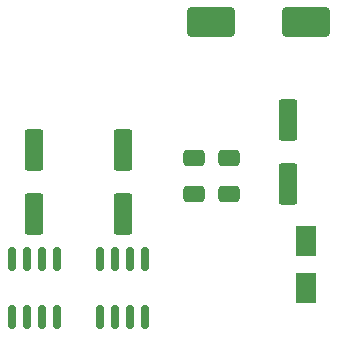
<source format=gbr>
%TF.GenerationSoftware,KiCad,Pcbnew,(6.0.7-1)-1*%
%TF.CreationDate,2022-10-13T12:07:10+02:00*%
%TF.ProjectId,tr707minus10v_kicad,74723730-376d-4696-9e75-733130765f6b,rev?*%
%TF.SameCoordinates,Original*%
%TF.FileFunction,Paste,Top*%
%TF.FilePolarity,Positive*%
%FSLAX46Y46*%
G04 Gerber Fmt 4.6, Leading zero omitted, Abs format (unit mm)*
G04 Created by KiCad (PCBNEW (6.0.7-1)-1) date 2022-10-13 12:07:10*
%MOMM*%
%LPD*%
G01*
G04 APERTURE LIST*
G04 Aperture macros list*
%AMRoundRect*
0 Rectangle with rounded corners*
0 $1 Rounding radius*
0 $2 $3 $4 $5 $6 $7 $8 $9 X,Y pos of 4 corners*
0 Add a 4 corners polygon primitive as box body*
4,1,4,$2,$3,$4,$5,$6,$7,$8,$9,$2,$3,0*
0 Add four circle primitives for the rounded corners*
1,1,$1+$1,$2,$3*
1,1,$1+$1,$4,$5*
1,1,$1+$1,$6,$7*
1,1,$1+$1,$8,$9*
0 Add four rect primitives between the rounded corners*
20,1,$1+$1,$2,$3,$4,$5,0*
20,1,$1+$1,$4,$5,$6,$7,0*
20,1,$1+$1,$6,$7,$8,$9,0*
20,1,$1+$1,$8,$9,$2,$3,0*%
G04 Aperture macros list end*
%ADD10R,1.800000X2.500000*%
%ADD11RoundRect,0.250000X-0.550000X1.500000X-0.550000X-1.500000X0.550000X-1.500000X0.550000X1.500000X0*%
%ADD12RoundRect,0.250000X-1.750000X-1.000000X1.750000X-1.000000X1.750000X1.000000X-1.750000X1.000000X0*%
%ADD13RoundRect,0.250000X-0.650000X0.412500X-0.650000X-0.412500X0.650000X-0.412500X0.650000X0.412500X0*%
%ADD14RoundRect,0.150000X-0.150000X0.825000X-0.150000X-0.825000X0.150000X-0.825000X0.150000X0.825000X0*%
G04 APERTURE END LIST*
D10*
%TO.C,D1*%
X32000000Y15000000D03*
X32000000Y11000000D03*
%TD*%
D11*
%TO.C,C7*%
X16500000Y17300000D03*
X16500000Y22700000D03*
%TD*%
%TO.C,C6*%
X9000000Y17300000D03*
X9000000Y22700000D03*
%TD*%
%TO.C,C2*%
X30500000Y19800000D03*
X30500000Y25200000D03*
%TD*%
D12*
%TO.C,C3*%
X32000000Y33500000D03*
X24000000Y33500000D03*
%TD*%
D13*
%TO.C,C4*%
X22500000Y18937500D03*
X22500000Y22062500D03*
%TD*%
D14*
%TO.C,U2*%
X18405000Y8525000D03*
X17135000Y8525000D03*
X15865000Y8525000D03*
X14595000Y8525000D03*
X14595000Y13475000D03*
X15865000Y13475000D03*
X17135000Y13475000D03*
X18405000Y13475000D03*
%TD*%
%TO.C,U1*%
X10905000Y8525000D03*
X9635000Y8525000D03*
X8365000Y8525000D03*
X7095000Y8525000D03*
X7095000Y13475000D03*
X8365000Y13475000D03*
X9635000Y13475000D03*
X10905000Y13475000D03*
%TD*%
D13*
%TO.C,C1*%
X25500000Y18937500D03*
X25500000Y22062500D03*
%TD*%
M02*

</source>
